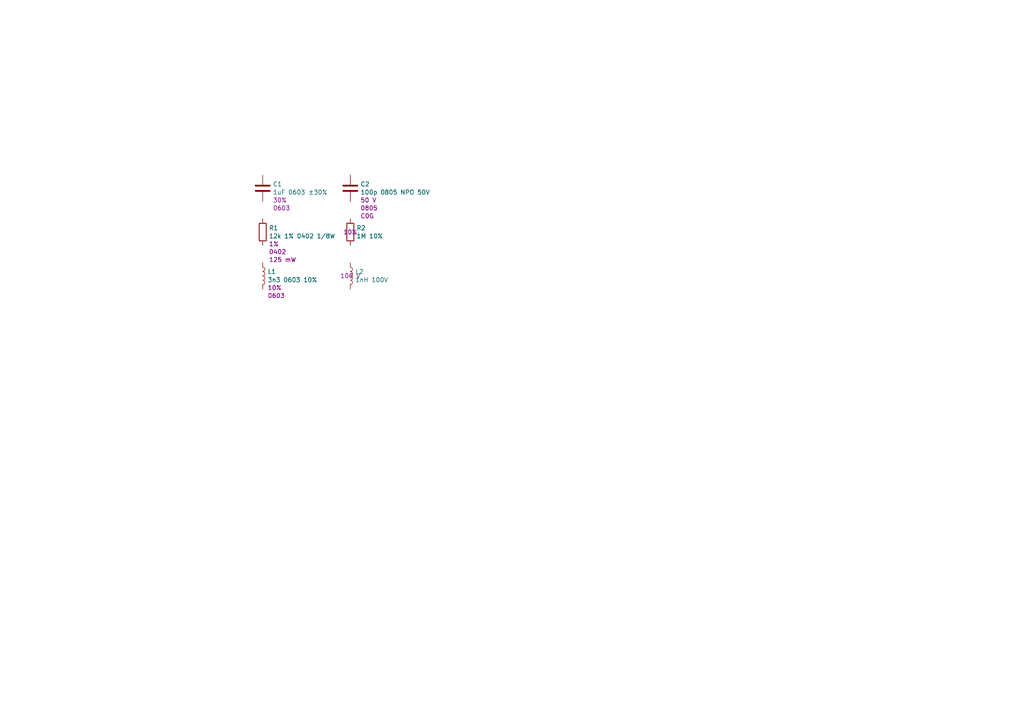
<source format=kicad_sch>
(kicad_sch (version 20211123) (generator eeschema)
  (paper "A4")
  (title_block (title "Value field split test") (date "2023-05-03") (company "Instituto Nacional de Tecnología Industrial - CMNT") (comment 1 "KiBot"))
  (lib_symbols
    (symbol "Device:C" (pin_numbers hide) (pin_names (offset 0.254))
      (property "Reference" "C" (at 0.635 2.54 0))
      (property "Value" "C" (at 0.635 -2.54 0))
      (symbol "C_0_1"
        (polyline (pts (xy -2.032 -0.762) (xy 2.032 -0.762)) (stroke (width 0.508)))
        (polyline (pts (xy -2.032 0.762) (xy 2.032 0.762)) (stroke (width 0.508)))
      )
      (symbol "C_1_1"
        (pin passive line (at 0 3.81 270) (length 2.794) (name "~") (number "1"))
        (pin passive line (at 0 -3.81 90) (length 2.794) (name "~") (number "2"))
      )
    )
    (symbol "Device:L" (pin_numbers hide) (pin_names (offset 1.016) hide)
      (property "Reference" "L" (at -1.27 0 90))
      (property "Value" "L" (at 1.905 0 90))
      (symbol "L_0_1"
        (arc (start 0 -2.54) (mid 0.635 -1.905) (end 0 -1.27))
        (arc (start 0 -1.27) (mid 0.635 -0.635) (end 0 0))
        (arc (start 0 0) (mid 0.635 0.635) (end 0 1.27))
        (arc (start 0 1.27) (mid 0.635 1.905) (end 0 2.54))
      )
      (symbol "L_1_1"
        (pin passive line (at 0 3.81 270) (length 1.27) (name "1") (number "1"))
        (pin passive line (at 0 -3.81 90) (length 1.27) (name "2") (number "2"))
      )
    )
    (symbol "Device:R" (pin_numbers hide) (pin_names (offset 0))
      (property "Reference" "R" (at 2.032 0 90))
      (property "Value" "R" (at 0 0 90))
      (symbol "R_0_1"
        (rectangle (start -1.016 -2.54) (end 1.016 2.54) (stroke (width 0.254)))
      )
      (symbol "R_1_1"
        (pin passive line (at 0 3.81 270) (length 1.27) (name "~") (number "1"))
        (pin passive line (at 0 -3.81 90) (length 1.27) (name "~") (number "2"))
      )
    )
  )
  (symbol (lib_id "Device:C") (at 76.2 54.61 0) (unit 1)
    (property "Reference" "C1" (at 79.121 53.4162 0) (effects (justify left)))
    (property "Value" "1uF 0603 ±30%" (at 79.121 55.7784 0) (effects (justify left)))
    (property "tolerance" "30%" (at 79.121 58.0644 0) (effects (justify left)))
    (property "package" "0603" (at 79.121 60.3504 0) (effects (justify left)))
  )
  (symbol (lib_id "Device:C") (at 101.6 54.61 0) (unit 1)
    (property "Reference" "C2" (at 104.521 53.4162 0) (effects (justify left)))
    (property "Value" "100p 0805 NPO 50V" (at 104.521 55.7784 0) (effects (justify left)))
    (property "voltage" "50 V" (at 104.521 58.0644 0) (effects (justify left)))
    (property "package" "0805" (at 104.521 60.3504 0) (effects (justify left)))
    (property "characteristic" "C0G" (at 104.521 62.6364 0) (effects (justify left)))
  )
  (symbol (lib_id "Device:R") (at 76.2 67.31 0) (unit 1)
    (property "Reference" "R1" (at 77.978 66.1162 0) (effects (justify left)))
    (property "Value" "12k 1% 0402 1/8W" (at 77.978 68.4784 0) (effects (justify left)))
    (property "tolerance" "1%" (at 77.978 70.7644 0) (effects (justify left)))
    (property "package" "0402" (at 77.978 73.0504 0) (effects (justify left)))
    (property "power" "125 mW" (at 77.978 75.3364 0) (effects (justify left)))
  )
  (symbol (lib_id "Device:R") (at 101.6 67.31 0) (unit 1)
    (property "Reference" "R2" (at 103.378 66.1162 0) (effects (justify left)))
    (property "Value" "1M 10%" (at 103.378 68.4784 0) (effects (justify left)))
    (property "tolerance" "10%" (at 101.6 67.31 0))
  )
  (symbol (lib_id "Device:L") (at 76.2 80.01 0) (unit 1)
    (property "Reference" "L1" (at 77.597 78.8162 0) (effects (justify left)))
    (property "Value" "3n3 0603 10%" (at 77.597 81.1784 0) (effects (justify left)))
    (property "tolerance" "10%" (at 77.597 83.4644 0) (effects (justify left)))
    (property "package" "0603" (at 77.597 85.7504 0) (effects (justify left)))
  )
  (symbol (lib_id "Device:L") (at 101.6 80.01 0) (unit 1)
    (property "Reference" "L2" (at 103.0224 78.8162 0) (effects (justify left)))
    (property "Value" "1nH 100V" (at 103.0224 81.1784 0) (effects (justify left)))
    (property "Voltage" "100 V" (at 101.6 80.01 0))
  )
)
</source>
